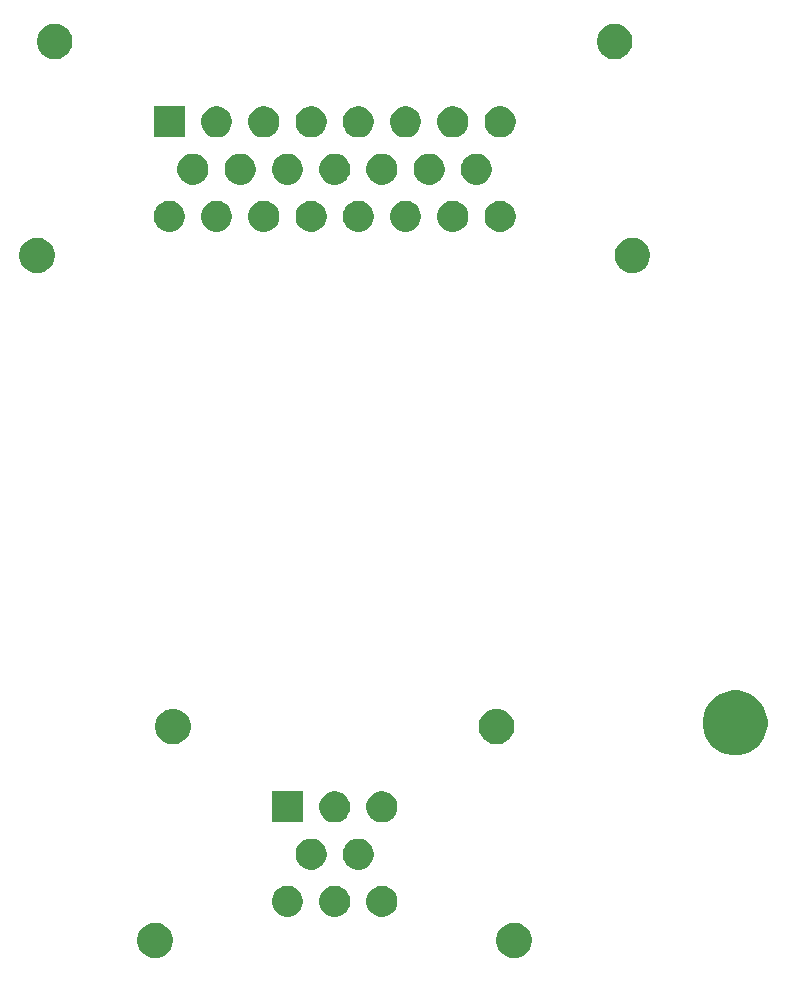
<source format=gbs>
G04 #@! TF.GenerationSoftware,KiCad,Pcbnew,(5.0.2-dirty)*
G04 #@! TF.CreationDate,2019-07-23T12:22:05+03:00*
G04 #@! TF.ProjectId,ccu,6363752e-6b69-4636-9164-5f7063625858,rev?*
G04 #@! TF.SameCoordinates,Original*
G04 #@! TF.FileFunction,Soldermask,Bot*
G04 #@! TF.FilePolarity,Negative*
%FSLAX46Y46*%
G04 Gerber Fmt 4.6, Leading zero omitted, Abs format (unit mm)*
G04 Created by KiCad (PCBNEW (5.0.2-dirty)) date ti 23. heinäkuuta 2019 12.22.05*
%MOMM*%
%LPD*%
G01*
G04 APERTURE LIST*
%ADD10C,0.100000*%
G04 APERTURE END LIST*
D10*
G36*
X153141545Y-128838516D02*
X153238136Y-128857729D01*
X153351199Y-128904562D01*
X153511094Y-128970792D01*
X153756754Y-129134937D01*
X153965663Y-129343846D01*
X154129808Y-129589506D01*
X154242871Y-129862465D01*
X154300510Y-130152234D01*
X154300510Y-130447686D01*
X154242871Y-130737455D01*
X154129808Y-131010414D01*
X153965663Y-131256074D01*
X153756754Y-131464983D01*
X153511094Y-131629128D01*
X153351199Y-131695358D01*
X153238136Y-131742191D01*
X153141545Y-131761404D01*
X152948366Y-131799830D01*
X152652914Y-131799830D01*
X152459735Y-131761404D01*
X152363144Y-131742191D01*
X152250081Y-131695358D01*
X152090186Y-131629128D01*
X151844526Y-131464983D01*
X151635617Y-131256074D01*
X151471472Y-131010414D01*
X151358409Y-130737455D01*
X151300770Y-130447686D01*
X151300770Y-130152234D01*
X151358409Y-129862465D01*
X151471472Y-129589506D01*
X151635617Y-129343846D01*
X151844526Y-129134937D01*
X152090186Y-128970792D01*
X152250081Y-128904562D01*
X152363144Y-128857729D01*
X152459735Y-128838516D01*
X152652914Y-128800090D01*
X152948366Y-128800090D01*
X153141545Y-128838516D01*
X153141545Y-128838516D01*
G37*
G36*
X183540265Y-128838516D02*
X183636856Y-128857729D01*
X183749919Y-128904562D01*
X183909814Y-128970792D01*
X184155474Y-129134937D01*
X184364383Y-129343846D01*
X184528528Y-129589506D01*
X184641591Y-129862465D01*
X184699230Y-130152234D01*
X184699230Y-130447686D01*
X184641591Y-130737455D01*
X184528528Y-131010414D01*
X184364383Y-131256074D01*
X184155474Y-131464983D01*
X183909814Y-131629128D01*
X183749919Y-131695358D01*
X183636856Y-131742191D01*
X183540265Y-131761404D01*
X183347086Y-131799830D01*
X183051634Y-131799830D01*
X182858455Y-131761404D01*
X182761864Y-131742191D01*
X182648801Y-131695358D01*
X182488906Y-131629128D01*
X182243246Y-131464983D01*
X182034337Y-131256074D01*
X181870192Y-131010414D01*
X181757129Y-130737455D01*
X181699490Y-130447686D01*
X181699490Y-130152234D01*
X181757129Y-129862465D01*
X181870192Y-129589506D01*
X182034337Y-129343846D01*
X182243246Y-129134937D01*
X182488906Y-128970792D01*
X182648801Y-128904562D01*
X182761864Y-128857729D01*
X182858455Y-128838516D01*
X183051634Y-128800090D01*
X183347086Y-128800090D01*
X183540265Y-128838516D01*
X183540265Y-128838516D01*
G37*
G36*
X168382667Y-125736465D02*
X168382669Y-125736466D01*
X168382670Y-125736466D01*
X168621423Y-125835360D01*
X168835324Y-125978285D01*
X168836297Y-125978935D01*
X169019025Y-126161663D01*
X169019027Y-126161666D01*
X169162600Y-126376537D01*
X169261494Y-126615290D01*
X169311910Y-126868748D01*
X169311910Y-127127172D01*
X169261494Y-127380630D01*
X169162600Y-127619383D01*
X169019675Y-127833284D01*
X169019025Y-127834257D01*
X168836297Y-128016985D01*
X168836294Y-128016987D01*
X168621423Y-128160560D01*
X168382670Y-128259454D01*
X168382669Y-128259454D01*
X168382667Y-128259455D01*
X168129213Y-128309870D01*
X167870787Y-128309870D01*
X167617333Y-128259455D01*
X167617331Y-128259454D01*
X167617330Y-128259454D01*
X167378577Y-128160560D01*
X167163706Y-128016987D01*
X167163703Y-128016985D01*
X166980975Y-127834257D01*
X166980325Y-127833284D01*
X166837400Y-127619383D01*
X166738506Y-127380630D01*
X166688090Y-127127172D01*
X166688090Y-126868748D01*
X166738506Y-126615290D01*
X166837400Y-126376537D01*
X166980973Y-126161666D01*
X166980975Y-126161663D01*
X167163703Y-125978935D01*
X167164676Y-125978285D01*
X167378577Y-125835360D01*
X167617330Y-125736466D01*
X167617331Y-125736466D01*
X167617333Y-125736465D01*
X167870787Y-125686050D01*
X168129213Y-125686050D01*
X168382667Y-125736465D01*
X168382667Y-125736465D01*
G37*
G36*
X164384707Y-125736465D02*
X164384709Y-125736466D01*
X164384710Y-125736466D01*
X164623463Y-125835360D01*
X164837364Y-125978285D01*
X164838337Y-125978935D01*
X165021065Y-126161663D01*
X165021067Y-126161666D01*
X165164640Y-126376537D01*
X165263534Y-126615290D01*
X165313950Y-126868748D01*
X165313950Y-127127172D01*
X165263534Y-127380630D01*
X165164640Y-127619383D01*
X165021715Y-127833284D01*
X165021065Y-127834257D01*
X164838337Y-128016985D01*
X164838334Y-128016987D01*
X164623463Y-128160560D01*
X164384710Y-128259454D01*
X164384709Y-128259454D01*
X164384707Y-128259455D01*
X164131253Y-128309870D01*
X163872827Y-128309870D01*
X163619373Y-128259455D01*
X163619371Y-128259454D01*
X163619370Y-128259454D01*
X163380617Y-128160560D01*
X163165746Y-128016987D01*
X163165743Y-128016985D01*
X162983015Y-127834257D01*
X162982365Y-127833284D01*
X162839440Y-127619383D01*
X162740546Y-127380630D01*
X162690130Y-127127172D01*
X162690130Y-126868748D01*
X162740546Y-126615290D01*
X162839440Y-126376537D01*
X162983013Y-126161666D01*
X162983015Y-126161663D01*
X163165743Y-125978935D01*
X163166716Y-125978285D01*
X163380617Y-125835360D01*
X163619370Y-125736466D01*
X163619371Y-125736466D01*
X163619373Y-125736465D01*
X163872827Y-125686050D01*
X164131253Y-125686050D01*
X164384707Y-125736465D01*
X164384707Y-125736465D01*
G37*
G36*
X172380627Y-125736465D02*
X172380629Y-125736466D01*
X172380630Y-125736466D01*
X172619383Y-125835360D01*
X172833284Y-125978285D01*
X172834257Y-125978935D01*
X173016985Y-126161663D01*
X173016987Y-126161666D01*
X173160560Y-126376537D01*
X173259454Y-126615290D01*
X173309870Y-126868748D01*
X173309870Y-127127172D01*
X173259454Y-127380630D01*
X173160560Y-127619383D01*
X173017635Y-127833284D01*
X173016985Y-127834257D01*
X172834257Y-128016985D01*
X172834254Y-128016987D01*
X172619383Y-128160560D01*
X172380630Y-128259454D01*
X172380629Y-128259454D01*
X172380627Y-128259455D01*
X172127173Y-128309870D01*
X171868747Y-128309870D01*
X171615293Y-128259455D01*
X171615291Y-128259454D01*
X171615290Y-128259454D01*
X171376537Y-128160560D01*
X171161666Y-128016987D01*
X171161663Y-128016985D01*
X170978935Y-127834257D01*
X170978285Y-127833284D01*
X170835360Y-127619383D01*
X170736466Y-127380630D01*
X170686050Y-127127172D01*
X170686050Y-126868748D01*
X170736466Y-126615290D01*
X170835360Y-126376537D01*
X170978933Y-126161666D01*
X170978935Y-126161663D01*
X171161663Y-125978935D01*
X171162636Y-125978285D01*
X171376537Y-125835360D01*
X171615290Y-125736466D01*
X171615291Y-125736466D01*
X171615293Y-125736465D01*
X171868747Y-125686050D01*
X172127173Y-125686050D01*
X172380627Y-125736465D01*
X172380627Y-125736465D01*
G37*
G36*
X170381647Y-121738505D02*
X170381649Y-121738506D01*
X170381650Y-121738506D01*
X170620403Y-121837400D01*
X170834304Y-121980325D01*
X170835277Y-121980975D01*
X171018005Y-122163703D01*
X171018007Y-122163706D01*
X171161580Y-122378577D01*
X171260474Y-122617330D01*
X171310890Y-122870788D01*
X171310890Y-123129212D01*
X171260474Y-123382670D01*
X171161580Y-123621423D01*
X171018655Y-123835324D01*
X171018005Y-123836297D01*
X170835277Y-124019025D01*
X170835274Y-124019027D01*
X170620403Y-124162600D01*
X170381650Y-124261494D01*
X170381649Y-124261494D01*
X170381647Y-124261495D01*
X170128193Y-124311910D01*
X169869767Y-124311910D01*
X169616313Y-124261495D01*
X169616311Y-124261494D01*
X169616310Y-124261494D01*
X169377557Y-124162600D01*
X169162686Y-124019027D01*
X169162683Y-124019025D01*
X168979955Y-123836297D01*
X168979305Y-123835324D01*
X168836380Y-123621423D01*
X168737486Y-123382670D01*
X168687070Y-123129212D01*
X168687070Y-122870788D01*
X168737486Y-122617330D01*
X168836380Y-122378577D01*
X168979953Y-122163706D01*
X168979955Y-122163703D01*
X169162683Y-121980975D01*
X169163656Y-121980325D01*
X169377557Y-121837400D01*
X169616310Y-121738506D01*
X169616311Y-121738506D01*
X169616313Y-121738505D01*
X169869767Y-121688090D01*
X170128193Y-121688090D01*
X170381647Y-121738505D01*
X170381647Y-121738505D01*
G37*
G36*
X166383687Y-121738505D02*
X166383689Y-121738506D01*
X166383690Y-121738506D01*
X166622443Y-121837400D01*
X166836344Y-121980325D01*
X166837317Y-121980975D01*
X167020045Y-122163703D01*
X167020047Y-122163706D01*
X167163620Y-122378577D01*
X167262514Y-122617330D01*
X167312930Y-122870788D01*
X167312930Y-123129212D01*
X167262514Y-123382670D01*
X167163620Y-123621423D01*
X167020695Y-123835324D01*
X167020045Y-123836297D01*
X166837317Y-124019025D01*
X166837314Y-124019027D01*
X166622443Y-124162600D01*
X166383690Y-124261494D01*
X166383689Y-124261494D01*
X166383687Y-124261495D01*
X166130233Y-124311910D01*
X165871807Y-124311910D01*
X165618353Y-124261495D01*
X165618351Y-124261494D01*
X165618350Y-124261494D01*
X165379597Y-124162600D01*
X165164726Y-124019027D01*
X165164723Y-124019025D01*
X164981995Y-123836297D01*
X164981345Y-123835324D01*
X164838420Y-123621423D01*
X164739526Y-123382670D01*
X164689110Y-123129212D01*
X164689110Y-122870788D01*
X164739526Y-122617330D01*
X164838420Y-122378577D01*
X164981993Y-122163706D01*
X164981995Y-122163703D01*
X165164723Y-121980975D01*
X165165696Y-121980325D01*
X165379597Y-121837400D01*
X165618350Y-121738506D01*
X165618351Y-121738506D01*
X165618353Y-121738505D01*
X165871807Y-121688090D01*
X166130233Y-121688090D01*
X166383687Y-121738505D01*
X166383687Y-121738505D01*
G37*
G36*
X168382667Y-117740545D02*
X168382669Y-117740546D01*
X168382670Y-117740546D01*
X168621423Y-117839440D01*
X168835324Y-117982365D01*
X168836297Y-117983015D01*
X169019025Y-118165743D01*
X169019027Y-118165746D01*
X169162600Y-118380617D01*
X169261494Y-118619370D01*
X169311910Y-118872828D01*
X169311910Y-119131252D01*
X169261494Y-119384710D01*
X169162600Y-119623463D01*
X169019675Y-119837364D01*
X169019025Y-119838337D01*
X168836297Y-120021065D01*
X168836294Y-120021067D01*
X168621423Y-120164640D01*
X168382670Y-120263534D01*
X168382669Y-120263534D01*
X168382667Y-120263535D01*
X168129213Y-120313950D01*
X167870787Y-120313950D01*
X167617333Y-120263535D01*
X167617331Y-120263534D01*
X167617330Y-120263534D01*
X167378577Y-120164640D01*
X167163706Y-120021067D01*
X167163703Y-120021065D01*
X166980975Y-119838337D01*
X166980325Y-119837364D01*
X166837400Y-119623463D01*
X166738506Y-119384710D01*
X166688090Y-119131252D01*
X166688090Y-118872828D01*
X166738506Y-118619370D01*
X166837400Y-118380617D01*
X166980973Y-118165746D01*
X166980975Y-118165743D01*
X167163703Y-117983015D01*
X167164676Y-117982365D01*
X167378577Y-117839440D01*
X167617330Y-117740546D01*
X167617331Y-117740546D01*
X167617333Y-117740545D01*
X167870787Y-117690130D01*
X168129213Y-117690130D01*
X168382667Y-117740545D01*
X168382667Y-117740545D01*
G37*
G36*
X172380627Y-117740545D02*
X172380629Y-117740546D01*
X172380630Y-117740546D01*
X172619383Y-117839440D01*
X172833284Y-117982365D01*
X172834257Y-117983015D01*
X173016985Y-118165743D01*
X173016987Y-118165746D01*
X173160560Y-118380617D01*
X173259454Y-118619370D01*
X173309870Y-118872828D01*
X173309870Y-119131252D01*
X173259454Y-119384710D01*
X173160560Y-119623463D01*
X173017635Y-119837364D01*
X173016985Y-119838337D01*
X172834257Y-120021065D01*
X172834254Y-120021067D01*
X172619383Y-120164640D01*
X172380630Y-120263534D01*
X172380629Y-120263534D01*
X172380627Y-120263535D01*
X172127173Y-120313950D01*
X171868747Y-120313950D01*
X171615293Y-120263535D01*
X171615291Y-120263534D01*
X171615290Y-120263534D01*
X171376537Y-120164640D01*
X171161666Y-120021067D01*
X171161663Y-120021065D01*
X170978935Y-119838337D01*
X170978285Y-119837364D01*
X170835360Y-119623463D01*
X170736466Y-119384710D01*
X170686050Y-119131252D01*
X170686050Y-118872828D01*
X170736466Y-118619370D01*
X170835360Y-118380617D01*
X170978933Y-118165746D01*
X170978935Y-118165743D01*
X171161663Y-117983015D01*
X171162636Y-117982365D01*
X171376537Y-117839440D01*
X171615290Y-117740546D01*
X171615291Y-117740546D01*
X171615293Y-117740545D01*
X171868747Y-117690130D01*
X172127173Y-117690130D01*
X172380627Y-117740545D01*
X172380627Y-117740545D01*
G37*
G36*
X165313950Y-120313950D02*
X162690130Y-120313950D01*
X162690130Y-117690130D01*
X165313950Y-117690130D01*
X165313950Y-120313950D01*
X165313950Y-120313950D01*
G37*
G36*
X202702145Y-109255681D02*
X203202612Y-109462981D01*
X203653026Y-109763938D01*
X204036062Y-110146974D01*
X204337019Y-110597388D01*
X204544319Y-111097855D01*
X204650000Y-111629147D01*
X204650000Y-112170853D01*
X204544319Y-112702145D01*
X204337019Y-113202612D01*
X204036062Y-113653026D01*
X203653026Y-114036062D01*
X203202612Y-114337019D01*
X202702145Y-114544319D01*
X202170853Y-114650000D01*
X201629147Y-114650000D01*
X201097855Y-114544319D01*
X200597388Y-114337019D01*
X200146974Y-114036062D01*
X199763938Y-113653026D01*
X199462981Y-113202612D01*
X199255681Y-112702145D01*
X199150000Y-112170853D01*
X199150000Y-111629147D01*
X199255681Y-111097855D01*
X199462981Y-110597388D01*
X199763938Y-110146974D01*
X200146974Y-109763938D01*
X200597388Y-109462981D01*
X201097855Y-109255681D01*
X201629147Y-109150000D01*
X202170853Y-109150000D01*
X202702145Y-109255681D01*
X202702145Y-109255681D01*
G37*
G36*
X154642685Y-110741016D02*
X154739276Y-110760229D01*
X154852339Y-110807062D01*
X155012234Y-110873292D01*
X155257894Y-111037437D01*
X155466803Y-111246346D01*
X155630948Y-111492006D01*
X155744011Y-111764965D01*
X155801650Y-112054734D01*
X155801650Y-112350186D01*
X155744011Y-112639955D01*
X155630948Y-112912914D01*
X155466803Y-113158574D01*
X155257894Y-113367483D01*
X155012234Y-113531628D01*
X154852339Y-113597858D01*
X154739276Y-113644691D01*
X154642685Y-113663904D01*
X154449506Y-113702330D01*
X154154054Y-113702330D01*
X153960875Y-113663904D01*
X153864284Y-113644691D01*
X153751221Y-113597858D01*
X153591326Y-113531628D01*
X153345666Y-113367483D01*
X153136757Y-113158574D01*
X152972612Y-112912914D01*
X152859549Y-112639955D01*
X152801910Y-112350186D01*
X152801910Y-112054734D01*
X152859549Y-111764965D01*
X152972612Y-111492006D01*
X153136757Y-111246346D01*
X153345666Y-111037437D01*
X153591326Y-110873292D01*
X153751221Y-110807062D01*
X153864284Y-110760229D01*
X153960875Y-110741016D01*
X154154054Y-110702590D01*
X154449506Y-110702590D01*
X154642685Y-110741016D01*
X154642685Y-110741016D01*
G37*
G36*
X182039125Y-110741016D02*
X182135716Y-110760229D01*
X182248779Y-110807062D01*
X182408674Y-110873292D01*
X182654334Y-111037437D01*
X182863243Y-111246346D01*
X183027388Y-111492006D01*
X183140451Y-111764965D01*
X183198090Y-112054734D01*
X183198090Y-112350186D01*
X183140451Y-112639955D01*
X183027388Y-112912914D01*
X182863243Y-113158574D01*
X182654334Y-113367483D01*
X182408674Y-113531628D01*
X182248779Y-113597858D01*
X182135716Y-113644691D01*
X182039125Y-113663904D01*
X181845946Y-113702330D01*
X181550494Y-113702330D01*
X181357315Y-113663904D01*
X181260724Y-113644691D01*
X181147661Y-113597858D01*
X180987766Y-113531628D01*
X180742106Y-113367483D01*
X180533197Y-113158574D01*
X180369052Y-112912914D01*
X180255989Y-112639955D01*
X180198350Y-112350186D01*
X180198350Y-112054734D01*
X180255989Y-111764965D01*
X180369052Y-111492006D01*
X180533197Y-111246346D01*
X180742106Y-111037437D01*
X180987766Y-110873292D01*
X181147661Y-110807062D01*
X181260724Y-110760229D01*
X181357315Y-110741016D01*
X181550494Y-110702590D01*
X181845946Y-110702590D01*
X182039125Y-110741016D01*
X182039125Y-110741016D01*
G37*
G36*
X193540245Y-70838516D02*
X193636836Y-70857729D01*
X193749899Y-70904562D01*
X193909794Y-70970792D01*
X194155454Y-71134937D01*
X194364363Y-71343846D01*
X194528508Y-71589506D01*
X194641571Y-71862465D01*
X194699210Y-72152234D01*
X194699210Y-72447686D01*
X194641571Y-72737455D01*
X194528508Y-73010414D01*
X194364363Y-73256074D01*
X194155454Y-73464983D01*
X193909794Y-73629128D01*
X193749899Y-73695358D01*
X193636836Y-73742191D01*
X193540245Y-73761404D01*
X193347066Y-73799830D01*
X193051614Y-73799830D01*
X192858435Y-73761404D01*
X192761844Y-73742191D01*
X192648781Y-73695358D01*
X192488886Y-73629128D01*
X192243226Y-73464983D01*
X192034317Y-73256074D01*
X191870172Y-73010414D01*
X191757109Y-72737455D01*
X191699470Y-72447686D01*
X191699470Y-72152234D01*
X191757109Y-71862465D01*
X191870172Y-71589506D01*
X192034317Y-71343846D01*
X192243226Y-71134937D01*
X192488886Y-70970792D01*
X192648781Y-70904562D01*
X192761844Y-70857729D01*
X192858435Y-70838516D01*
X193051614Y-70800090D01*
X193347066Y-70800090D01*
X193540245Y-70838516D01*
X193540245Y-70838516D01*
G37*
G36*
X143141565Y-70838516D02*
X143238156Y-70857729D01*
X143351219Y-70904562D01*
X143511114Y-70970792D01*
X143756774Y-71134937D01*
X143965683Y-71343846D01*
X144129828Y-71589506D01*
X144242891Y-71862465D01*
X144300530Y-72152234D01*
X144300530Y-72447686D01*
X144242891Y-72737455D01*
X144129828Y-73010414D01*
X143965683Y-73256074D01*
X143756774Y-73464983D01*
X143511114Y-73629128D01*
X143351219Y-73695358D01*
X143238156Y-73742191D01*
X143141565Y-73761404D01*
X142948386Y-73799830D01*
X142652934Y-73799830D01*
X142459755Y-73761404D01*
X142363164Y-73742191D01*
X142250101Y-73695358D01*
X142090206Y-73629128D01*
X141844546Y-73464983D01*
X141635637Y-73256074D01*
X141471492Y-73010414D01*
X141358429Y-72737455D01*
X141300790Y-72447686D01*
X141300790Y-72152234D01*
X141358429Y-71862465D01*
X141471492Y-71589506D01*
X141635637Y-71343846D01*
X141844546Y-71134937D01*
X142090206Y-70970792D01*
X142250101Y-70904562D01*
X142363164Y-70857729D01*
X142459755Y-70838516D01*
X142652934Y-70800090D01*
X142948386Y-70800090D01*
X143141565Y-70838516D01*
X143141565Y-70838516D01*
G37*
G36*
X154384727Y-67736465D02*
X154384729Y-67736466D01*
X154384730Y-67736466D01*
X154623483Y-67835360D01*
X154837384Y-67978285D01*
X154838357Y-67978935D01*
X155021085Y-68161663D01*
X155021087Y-68161666D01*
X155164660Y-68376537D01*
X155263554Y-68615290D01*
X155313970Y-68868748D01*
X155313970Y-69127172D01*
X155263554Y-69380630D01*
X155164660Y-69619383D01*
X155021735Y-69833284D01*
X155021085Y-69834257D01*
X154838357Y-70016985D01*
X154838354Y-70016987D01*
X154623483Y-70160560D01*
X154384730Y-70259454D01*
X154384729Y-70259454D01*
X154384727Y-70259455D01*
X154131273Y-70309870D01*
X153872847Y-70309870D01*
X153619393Y-70259455D01*
X153619391Y-70259454D01*
X153619390Y-70259454D01*
X153380637Y-70160560D01*
X153165766Y-70016987D01*
X153165763Y-70016985D01*
X152983035Y-69834257D01*
X152982385Y-69833284D01*
X152839460Y-69619383D01*
X152740566Y-69380630D01*
X152690150Y-69127172D01*
X152690150Y-68868748D01*
X152740566Y-68615290D01*
X152839460Y-68376537D01*
X152983033Y-68161666D01*
X152983035Y-68161663D01*
X153165763Y-67978935D01*
X153166736Y-67978285D01*
X153380637Y-67835360D01*
X153619390Y-67736466D01*
X153619391Y-67736466D01*
X153619393Y-67736465D01*
X153872847Y-67686050D01*
X154131273Y-67686050D01*
X154384727Y-67736465D01*
X154384727Y-67736465D01*
G37*
G36*
X178382647Y-67736465D02*
X178382649Y-67736466D01*
X178382650Y-67736466D01*
X178621403Y-67835360D01*
X178835304Y-67978285D01*
X178836277Y-67978935D01*
X179019005Y-68161663D01*
X179019007Y-68161666D01*
X179162580Y-68376537D01*
X179261474Y-68615290D01*
X179311890Y-68868748D01*
X179311890Y-69127172D01*
X179261474Y-69380630D01*
X179162580Y-69619383D01*
X179019655Y-69833284D01*
X179019005Y-69834257D01*
X178836277Y-70016985D01*
X178836274Y-70016987D01*
X178621403Y-70160560D01*
X178382650Y-70259454D01*
X178382649Y-70259454D01*
X178382647Y-70259455D01*
X178129193Y-70309870D01*
X177870767Y-70309870D01*
X177617313Y-70259455D01*
X177617311Y-70259454D01*
X177617310Y-70259454D01*
X177378557Y-70160560D01*
X177163686Y-70016987D01*
X177163683Y-70016985D01*
X176980955Y-69834257D01*
X176980305Y-69833284D01*
X176837380Y-69619383D01*
X176738486Y-69380630D01*
X176688070Y-69127172D01*
X176688070Y-68868748D01*
X176738486Y-68615290D01*
X176837380Y-68376537D01*
X176980953Y-68161666D01*
X176980955Y-68161663D01*
X177163683Y-67978935D01*
X177164656Y-67978285D01*
X177378557Y-67835360D01*
X177617310Y-67736466D01*
X177617311Y-67736466D01*
X177617313Y-67736465D01*
X177870767Y-67686050D01*
X178129193Y-67686050D01*
X178382647Y-67736465D01*
X178382647Y-67736465D01*
G37*
G36*
X182380607Y-67736465D02*
X182380609Y-67736466D01*
X182380610Y-67736466D01*
X182619363Y-67835360D01*
X182833264Y-67978285D01*
X182834237Y-67978935D01*
X183016965Y-68161663D01*
X183016967Y-68161666D01*
X183160540Y-68376537D01*
X183259434Y-68615290D01*
X183309850Y-68868748D01*
X183309850Y-69127172D01*
X183259434Y-69380630D01*
X183160540Y-69619383D01*
X183017615Y-69833284D01*
X183016965Y-69834257D01*
X182834237Y-70016985D01*
X182834234Y-70016987D01*
X182619363Y-70160560D01*
X182380610Y-70259454D01*
X182380609Y-70259454D01*
X182380607Y-70259455D01*
X182127153Y-70309870D01*
X181868727Y-70309870D01*
X181615273Y-70259455D01*
X181615271Y-70259454D01*
X181615270Y-70259454D01*
X181376517Y-70160560D01*
X181161646Y-70016987D01*
X181161643Y-70016985D01*
X180978915Y-69834257D01*
X180978265Y-69833284D01*
X180835340Y-69619383D01*
X180736446Y-69380630D01*
X180686030Y-69127172D01*
X180686030Y-68868748D01*
X180736446Y-68615290D01*
X180835340Y-68376537D01*
X180978913Y-68161666D01*
X180978915Y-68161663D01*
X181161643Y-67978935D01*
X181162616Y-67978285D01*
X181376517Y-67835360D01*
X181615270Y-67736466D01*
X181615271Y-67736466D01*
X181615273Y-67736465D01*
X181868727Y-67686050D01*
X182127153Y-67686050D01*
X182380607Y-67736465D01*
X182380607Y-67736465D01*
G37*
G36*
X174382147Y-67736465D02*
X174382149Y-67736466D01*
X174382150Y-67736466D01*
X174620903Y-67835360D01*
X174834804Y-67978285D01*
X174835777Y-67978935D01*
X175018505Y-68161663D01*
X175018507Y-68161666D01*
X175162080Y-68376537D01*
X175260974Y-68615290D01*
X175311390Y-68868748D01*
X175311390Y-69127172D01*
X175260974Y-69380630D01*
X175162080Y-69619383D01*
X175019155Y-69833284D01*
X175018505Y-69834257D01*
X174835777Y-70016985D01*
X174835774Y-70016987D01*
X174620903Y-70160560D01*
X174382150Y-70259454D01*
X174382149Y-70259454D01*
X174382147Y-70259455D01*
X174128693Y-70309870D01*
X173870267Y-70309870D01*
X173616813Y-70259455D01*
X173616811Y-70259454D01*
X173616810Y-70259454D01*
X173378057Y-70160560D01*
X173163186Y-70016987D01*
X173163183Y-70016985D01*
X172980455Y-69834257D01*
X172979805Y-69833284D01*
X172836880Y-69619383D01*
X172737986Y-69380630D01*
X172687570Y-69127172D01*
X172687570Y-68868748D01*
X172737986Y-68615290D01*
X172836880Y-68376537D01*
X172980453Y-68161666D01*
X172980455Y-68161663D01*
X173163183Y-67978935D01*
X173164156Y-67978285D01*
X173378057Y-67835360D01*
X173616810Y-67736466D01*
X173616811Y-67736466D01*
X173616813Y-67736465D01*
X173870267Y-67686050D01*
X174128693Y-67686050D01*
X174382147Y-67736465D01*
X174382147Y-67736465D01*
G37*
G36*
X162383187Y-67736465D02*
X162383189Y-67736466D01*
X162383190Y-67736466D01*
X162621943Y-67835360D01*
X162835844Y-67978285D01*
X162836817Y-67978935D01*
X163019545Y-68161663D01*
X163019547Y-68161666D01*
X163163120Y-68376537D01*
X163262014Y-68615290D01*
X163312430Y-68868748D01*
X163312430Y-69127172D01*
X163262014Y-69380630D01*
X163163120Y-69619383D01*
X163020195Y-69833284D01*
X163019545Y-69834257D01*
X162836817Y-70016985D01*
X162836814Y-70016987D01*
X162621943Y-70160560D01*
X162383190Y-70259454D01*
X162383189Y-70259454D01*
X162383187Y-70259455D01*
X162129733Y-70309870D01*
X161871307Y-70309870D01*
X161617853Y-70259455D01*
X161617851Y-70259454D01*
X161617850Y-70259454D01*
X161379097Y-70160560D01*
X161164226Y-70016987D01*
X161164223Y-70016985D01*
X160981495Y-69834257D01*
X160980845Y-69833284D01*
X160837920Y-69619383D01*
X160739026Y-69380630D01*
X160688610Y-69127172D01*
X160688610Y-68868748D01*
X160739026Y-68615290D01*
X160837920Y-68376537D01*
X160981493Y-68161666D01*
X160981495Y-68161663D01*
X161164223Y-67978935D01*
X161165196Y-67978285D01*
X161379097Y-67835360D01*
X161617850Y-67736466D01*
X161617851Y-67736466D01*
X161617853Y-67736465D01*
X161871307Y-67686050D01*
X162129733Y-67686050D01*
X162383187Y-67736465D01*
X162383187Y-67736465D01*
G37*
G36*
X166383687Y-67736465D02*
X166383689Y-67736466D01*
X166383690Y-67736466D01*
X166622443Y-67835360D01*
X166836344Y-67978285D01*
X166837317Y-67978935D01*
X167020045Y-68161663D01*
X167020047Y-68161666D01*
X167163620Y-68376537D01*
X167262514Y-68615290D01*
X167312930Y-68868748D01*
X167312930Y-69127172D01*
X167262514Y-69380630D01*
X167163620Y-69619383D01*
X167020695Y-69833284D01*
X167020045Y-69834257D01*
X166837317Y-70016985D01*
X166837314Y-70016987D01*
X166622443Y-70160560D01*
X166383690Y-70259454D01*
X166383689Y-70259454D01*
X166383687Y-70259455D01*
X166130233Y-70309870D01*
X165871807Y-70309870D01*
X165618353Y-70259455D01*
X165618351Y-70259454D01*
X165618350Y-70259454D01*
X165379597Y-70160560D01*
X165164726Y-70016987D01*
X165164723Y-70016985D01*
X164981995Y-69834257D01*
X164981345Y-69833284D01*
X164838420Y-69619383D01*
X164739526Y-69380630D01*
X164689110Y-69127172D01*
X164689110Y-68868748D01*
X164739526Y-68615290D01*
X164838420Y-68376537D01*
X164981993Y-68161666D01*
X164981995Y-68161663D01*
X165164723Y-67978935D01*
X165165696Y-67978285D01*
X165379597Y-67835360D01*
X165618350Y-67736466D01*
X165618351Y-67736466D01*
X165618353Y-67736465D01*
X165871807Y-67686050D01*
X166130233Y-67686050D01*
X166383687Y-67736465D01*
X166383687Y-67736465D01*
G37*
G36*
X170381647Y-67736465D02*
X170381649Y-67736466D01*
X170381650Y-67736466D01*
X170620403Y-67835360D01*
X170834304Y-67978285D01*
X170835277Y-67978935D01*
X171018005Y-68161663D01*
X171018007Y-68161666D01*
X171161580Y-68376537D01*
X171260474Y-68615290D01*
X171310890Y-68868748D01*
X171310890Y-69127172D01*
X171260474Y-69380630D01*
X171161580Y-69619383D01*
X171018655Y-69833284D01*
X171018005Y-69834257D01*
X170835277Y-70016985D01*
X170835274Y-70016987D01*
X170620403Y-70160560D01*
X170381650Y-70259454D01*
X170381649Y-70259454D01*
X170381647Y-70259455D01*
X170128193Y-70309870D01*
X169869767Y-70309870D01*
X169616313Y-70259455D01*
X169616311Y-70259454D01*
X169616310Y-70259454D01*
X169377557Y-70160560D01*
X169162686Y-70016987D01*
X169162683Y-70016985D01*
X168979955Y-69834257D01*
X168979305Y-69833284D01*
X168836380Y-69619383D01*
X168737486Y-69380630D01*
X168687070Y-69127172D01*
X168687070Y-68868748D01*
X168737486Y-68615290D01*
X168836380Y-68376537D01*
X168979953Y-68161666D01*
X168979955Y-68161663D01*
X169162683Y-67978935D01*
X169163656Y-67978285D01*
X169377557Y-67835360D01*
X169616310Y-67736466D01*
X169616311Y-67736466D01*
X169616313Y-67736465D01*
X169869767Y-67686050D01*
X170128193Y-67686050D01*
X170381647Y-67736465D01*
X170381647Y-67736465D01*
G37*
G36*
X158382687Y-67736465D02*
X158382689Y-67736466D01*
X158382690Y-67736466D01*
X158621443Y-67835360D01*
X158835344Y-67978285D01*
X158836317Y-67978935D01*
X159019045Y-68161663D01*
X159019047Y-68161666D01*
X159162620Y-68376537D01*
X159261514Y-68615290D01*
X159311930Y-68868748D01*
X159311930Y-69127172D01*
X159261514Y-69380630D01*
X159162620Y-69619383D01*
X159019695Y-69833284D01*
X159019045Y-69834257D01*
X158836317Y-70016985D01*
X158836314Y-70016987D01*
X158621443Y-70160560D01*
X158382690Y-70259454D01*
X158382689Y-70259454D01*
X158382687Y-70259455D01*
X158129233Y-70309870D01*
X157870807Y-70309870D01*
X157617353Y-70259455D01*
X157617351Y-70259454D01*
X157617350Y-70259454D01*
X157378597Y-70160560D01*
X157163726Y-70016987D01*
X157163723Y-70016985D01*
X156980995Y-69834257D01*
X156980345Y-69833284D01*
X156837420Y-69619383D01*
X156738526Y-69380630D01*
X156688110Y-69127172D01*
X156688110Y-68868748D01*
X156738526Y-68615290D01*
X156837420Y-68376537D01*
X156980993Y-68161666D01*
X156980995Y-68161663D01*
X157163723Y-67978935D01*
X157164696Y-67978285D01*
X157378597Y-67835360D01*
X157617350Y-67736466D01*
X157617351Y-67736466D01*
X157617353Y-67736465D01*
X157870807Y-67686050D01*
X158129233Y-67686050D01*
X158382687Y-67736465D01*
X158382687Y-67736465D01*
G37*
G36*
X156383707Y-63738505D02*
X156383709Y-63738506D01*
X156383710Y-63738506D01*
X156622463Y-63837400D01*
X156836364Y-63980325D01*
X156837337Y-63980975D01*
X157020065Y-64163703D01*
X157020067Y-64163706D01*
X157163640Y-64378577D01*
X157262534Y-64617330D01*
X157312950Y-64870788D01*
X157312950Y-65129212D01*
X157262534Y-65382670D01*
X157163640Y-65621423D01*
X157020715Y-65835324D01*
X157020065Y-65836297D01*
X156837337Y-66019025D01*
X156837334Y-66019027D01*
X156622463Y-66162600D01*
X156383710Y-66261494D01*
X156383709Y-66261494D01*
X156383707Y-66261495D01*
X156130253Y-66311910D01*
X155871827Y-66311910D01*
X155618373Y-66261495D01*
X155618371Y-66261494D01*
X155618370Y-66261494D01*
X155379617Y-66162600D01*
X155164746Y-66019027D01*
X155164743Y-66019025D01*
X154982015Y-65836297D01*
X154981365Y-65835324D01*
X154838440Y-65621423D01*
X154739546Y-65382670D01*
X154689130Y-65129212D01*
X154689130Y-64870788D01*
X154739546Y-64617330D01*
X154838440Y-64378577D01*
X154982013Y-64163706D01*
X154982015Y-64163703D01*
X155164743Y-63980975D01*
X155165716Y-63980325D01*
X155379617Y-63837400D01*
X155618370Y-63738506D01*
X155618371Y-63738506D01*
X155618373Y-63738505D01*
X155871827Y-63688090D01*
X156130253Y-63688090D01*
X156383707Y-63738505D01*
X156383707Y-63738505D01*
G37*
G36*
X160384207Y-63738505D02*
X160384209Y-63738506D01*
X160384210Y-63738506D01*
X160622963Y-63837400D01*
X160836864Y-63980325D01*
X160837837Y-63980975D01*
X161020565Y-64163703D01*
X161020567Y-64163706D01*
X161164140Y-64378577D01*
X161263034Y-64617330D01*
X161313450Y-64870788D01*
X161313450Y-65129212D01*
X161263034Y-65382670D01*
X161164140Y-65621423D01*
X161021215Y-65835324D01*
X161020565Y-65836297D01*
X160837837Y-66019025D01*
X160837834Y-66019027D01*
X160622963Y-66162600D01*
X160384210Y-66261494D01*
X160384209Y-66261494D01*
X160384207Y-66261495D01*
X160130753Y-66311910D01*
X159872327Y-66311910D01*
X159618873Y-66261495D01*
X159618871Y-66261494D01*
X159618870Y-66261494D01*
X159380117Y-66162600D01*
X159165246Y-66019027D01*
X159165243Y-66019025D01*
X158982515Y-65836297D01*
X158981865Y-65835324D01*
X158838940Y-65621423D01*
X158740046Y-65382670D01*
X158689630Y-65129212D01*
X158689630Y-64870788D01*
X158740046Y-64617330D01*
X158838940Y-64378577D01*
X158982513Y-64163706D01*
X158982515Y-64163703D01*
X159165243Y-63980975D01*
X159166216Y-63980325D01*
X159380117Y-63837400D01*
X159618870Y-63738506D01*
X159618871Y-63738506D01*
X159618873Y-63738505D01*
X159872327Y-63688090D01*
X160130753Y-63688090D01*
X160384207Y-63738505D01*
X160384207Y-63738505D01*
G37*
G36*
X164384707Y-63738505D02*
X164384709Y-63738506D01*
X164384710Y-63738506D01*
X164623463Y-63837400D01*
X164837364Y-63980325D01*
X164838337Y-63980975D01*
X165021065Y-64163703D01*
X165021067Y-64163706D01*
X165164640Y-64378577D01*
X165263534Y-64617330D01*
X165313950Y-64870788D01*
X165313950Y-65129212D01*
X165263534Y-65382670D01*
X165164640Y-65621423D01*
X165021715Y-65835324D01*
X165021065Y-65836297D01*
X164838337Y-66019025D01*
X164838334Y-66019027D01*
X164623463Y-66162600D01*
X164384710Y-66261494D01*
X164384709Y-66261494D01*
X164384707Y-66261495D01*
X164131253Y-66311910D01*
X163872827Y-66311910D01*
X163619373Y-66261495D01*
X163619371Y-66261494D01*
X163619370Y-66261494D01*
X163380617Y-66162600D01*
X163165746Y-66019027D01*
X163165743Y-66019025D01*
X162983015Y-65836297D01*
X162982365Y-65835324D01*
X162839440Y-65621423D01*
X162740546Y-65382670D01*
X162690130Y-65129212D01*
X162690130Y-64870788D01*
X162740546Y-64617330D01*
X162839440Y-64378577D01*
X162983013Y-64163706D01*
X162983015Y-64163703D01*
X163165743Y-63980975D01*
X163166716Y-63980325D01*
X163380617Y-63837400D01*
X163619370Y-63738506D01*
X163619371Y-63738506D01*
X163619373Y-63738505D01*
X163872827Y-63688090D01*
X164131253Y-63688090D01*
X164384707Y-63738505D01*
X164384707Y-63738505D01*
G37*
G36*
X168382667Y-63738505D02*
X168382669Y-63738506D01*
X168382670Y-63738506D01*
X168621423Y-63837400D01*
X168835324Y-63980325D01*
X168836297Y-63980975D01*
X169019025Y-64163703D01*
X169019027Y-64163706D01*
X169162600Y-64378577D01*
X169261494Y-64617330D01*
X169311910Y-64870788D01*
X169311910Y-65129212D01*
X169261494Y-65382670D01*
X169162600Y-65621423D01*
X169019675Y-65835324D01*
X169019025Y-65836297D01*
X168836297Y-66019025D01*
X168836294Y-66019027D01*
X168621423Y-66162600D01*
X168382670Y-66261494D01*
X168382669Y-66261494D01*
X168382667Y-66261495D01*
X168129213Y-66311910D01*
X167870787Y-66311910D01*
X167617333Y-66261495D01*
X167617331Y-66261494D01*
X167617330Y-66261494D01*
X167378577Y-66162600D01*
X167163706Y-66019027D01*
X167163703Y-66019025D01*
X166980975Y-65836297D01*
X166980325Y-65835324D01*
X166837400Y-65621423D01*
X166738506Y-65382670D01*
X166688090Y-65129212D01*
X166688090Y-64870788D01*
X166738506Y-64617330D01*
X166837400Y-64378577D01*
X166980973Y-64163706D01*
X166980975Y-64163703D01*
X167163703Y-63980975D01*
X167164676Y-63980325D01*
X167378577Y-63837400D01*
X167617330Y-63738506D01*
X167617331Y-63738506D01*
X167617333Y-63738505D01*
X167870787Y-63688090D01*
X168129213Y-63688090D01*
X168382667Y-63738505D01*
X168382667Y-63738505D01*
G37*
G36*
X172380627Y-63738505D02*
X172380629Y-63738506D01*
X172380630Y-63738506D01*
X172619383Y-63837400D01*
X172833284Y-63980325D01*
X172834257Y-63980975D01*
X173016985Y-64163703D01*
X173016987Y-64163706D01*
X173160560Y-64378577D01*
X173259454Y-64617330D01*
X173309870Y-64870788D01*
X173309870Y-65129212D01*
X173259454Y-65382670D01*
X173160560Y-65621423D01*
X173017635Y-65835324D01*
X173016985Y-65836297D01*
X172834257Y-66019025D01*
X172834254Y-66019027D01*
X172619383Y-66162600D01*
X172380630Y-66261494D01*
X172380629Y-66261494D01*
X172380627Y-66261495D01*
X172127173Y-66311910D01*
X171868747Y-66311910D01*
X171615293Y-66261495D01*
X171615291Y-66261494D01*
X171615290Y-66261494D01*
X171376537Y-66162600D01*
X171161666Y-66019027D01*
X171161663Y-66019025D01*
X170978935Y-65836297D01*
X170978285Y-65835324D01*
X170835360Y-65621423D01*
X170736466Y-65382670D01*
X170686050Y-65129212D01*
X170686050Y-64870788D01*
X170736466Y-64617330D01*
X170835360Y-64378577D01*
X170978933Y-64163706D01*
X170978935Y-64163703D01*
X171161663Y-63980975D01*
X171162636Y-63980325D01*
X171376537Y-63837400D01*
X171615290Y-63738506D01*
X171615291Y-63738506D01*
X171615293Y-63738505D01*
X171868747Y-63688090D01*
X172127173Y-63688090D01*
X172380627Y-63738505D01*
X172380627Y-63738505D01*
G37*
G36*
X176381127Y-63738505D02*
X176381129Y-63738506D01*
X176381130Y-63738506D01*
X176619883Y-63837400D01*
X176833784Y-63980325D01*
X176834757Y-63980975D01*
X177017485Y-64163703D01*
X177017487Y-64163706D01*
X177161060Y-64378577D01*
X177259954Y-64617330D01*
X177310370Y-64870788D01*
X177310370Y-65129212D01*
X177259954Y-65382670D01*
X177161060Y-65621423D01*
X177018135Y-65835324D01*
X177017485Y-65836297D01*
X176834757Y-66019025D01*
X176834754Y-66019027D01*
X176619883Y-66162600D01*
X176381130Y-66261494D01*
X176381129Y-66261494D01*
X176381127Y-66261495D01*
X176127673Y-66311910D01*
X175869247Y-66311910D01*
X175615793Y-66261495D01*
X175615791Y-66261494D01*
X175615790Y-66261494D01*
X175377037Y-66162600D01*
X175162166Y-66019027D01*
X175162163Y-66019025D01*
X174979435Y-65836297D01*
X174978785Y-65835324D01*
X174835860Y-65621423D01*
X174736966Y-65382670D01*
X174686550Y-65129212D01*
X174686550Y-64870788D01*
X174736966Y-64617330D01*
X174835860Y-64378577D01*
X174979433Y-64163706D01*
X174979435Y-64163703D01*
X175162163Y-63980975D01*
X175163136Y-63980325D01*
X175377037Y-63837400D01*
X175615790Y-63738506D01*
X175615791Y-63738506D01*
X175615793Y-63738505D01*
X175869247Y-63688090D01*
X176127673Y-63688090D01*
X176381127Y-63738505D01*
X176381127Y-63738505D01*
G37*
G36*
X180381627Y-63738505D02*
X180381629Y-63738506D01*
X180381630Y-63738506D01*
X180620383Y-63837400D01*
X180834284Y-63980325D01*
X180835257Y-63980975D01*
X181017985Y-64163703D01*
X181017987Y-64163706D01*
X181161560Y-64378577D01*
X181260454Y-64617330D01*
X181310870Y-64870788D01*
X181310870Y-65129212D01*
X181260454Y-65382670D01*
X181161560Y-65621423D01*
X181018635Y-65835324D01*
X181017985Y-65836297D01*
X180835257Y-66019025D01*
X180835254Y-66019027D01*
X180620383Y-66162600D01*
X180381630Y-66261494D01*
X180381629Y-66261494D01*
X180381627Y-66261495D01*
X180128173Y-66311910D01*
X179869747Y-66311910D01*
X179616293Y-66261495D01*
X179616291Y-66261494D01*
X179616290Y-66261494D01*
X179377537Y-66162600D01*
X179162666Y-66019027D01*
X179162663Y-66019025D01*
X178979935Y-65836297D01*
X178979285Y-65835324D01*
X178836360Y-65621423D01*
X178737466Y-65382670D01*
X178687050Y-65129212D01*
X178687050Y-64870788D01*
X178737466Y-64617330D01*
X178836360Y-64378577D01*
X178979933Y-64163706D01*
X178979935Y-64163703D01*
X179162663Y-63980975D01*
X179163636Y-63980325D01*
X179377537Y-63837400D01*
X179616290Y-63738506D01*
X179616291Y-63738506D01*
X179616293Y-63738505D01*
X179869747Y-63688090D01*
X180128173Y-63688090D01*
X180381627Y-63738505D01*
X180381627Y-63738505D01*
G37*
G36*
X155313970Y-62313950D02*
X152690150Y-62313950D01*
X152690150Y-59690130D01*
X155313970Y-59690130D01*
X155313970Y-62313950D01*
X155313970Y-62313950D01*
G37*
G36*
X182380607Y-59740545D02*
X182380609Y-59740546D01*
X182380610Y-59740546D01*
X182619363Y-59839440D01*
X182833264Y-59982365D01*
X182834237Y-59983015D01*
X183016965Y-60165743D01*
X183016967Y-60165746D01*
X183160540Y-60380617D01*
X183259434Y-60619370D01*
X183309850Y-60872828D01*
X183309850Y-61131252D01*
X183259434Y-61384710D01*
X183160540Y-61623463D01*
X183017615Y-61837364D01*
X183016965Y-61838337D01*
X182834237Y-62021065D01*
X182834234Y-62021067D01*
X182619363Y-62164640D01*
X182380610Y-62263534D01*
X182380609Y-62263534D01*
X182380607Y-62263535D01*
X182127153Y-62313950D01*
X181868727Y-62313950D01*
X181615273Y-62263535D01*
X181615271Y-62263534D01*
X181615270Y-62263534D01*
X181376517Y-62164640D01*
X181161646Y-62021067D01*
X181161643Y-62021065D01*
X180978915Y-61838337D01*
X180978265Y-61837364D01*
X180835340Y-61623463D01*
X180736446Y-61384710D01*
X180686030Y-61131252D01*
X180686030Y-60872828D01*
X180736446Y-60619370D01*
X180835340Y-60380617D01*
X180978913Y-60165746D01*
X180978915Y-60165743D01*
X181161643Y-59983015D01*
X181162616Y-59982365D01*
X181376517Y-59839440D01*
X181615270Y-59740546D01*
X181615271Y-59740546D01*
X181615273Y-59740545D01*
X181868727Y-59690130D01*
X182127153Y-59690130D01*
X182380607Y-59740545D01*
X182380607Y-59740545D01*
G37*
G36*
X178382647Y-59740545D02*
X178382649Y-59740546D01*
X178382650Y-59740546D01*
X178621403Y-59839440D01*
X178835304Y-59982365D01*
X178836277Y-59983015D01*
X179019005Y-60165743D01*
X179019007Y-60165746D01*
X179162580Y-60380617D01*
X179261474Y-60619370D01*
X179311890Y-60872828D01*
X179311890Y-61131252D01*
X179261474Y-61384710D01*
X179162580Y-61623463D01*
X179019655Y-61837364D01*
X179019005Y-61838337D01*
X178836277Y-62021065D01*
X178836274Y-62021067D01*
X178621403Y-62164640D01*
X178382650Y-62263534D01*
X178382649Y-62263534D01*
X178382647Y-62263535D01*
X178129193Y-62313950D01*
X177870767Y-62313950D01*
X177617313Y-62263535D01*
X177617311Y-62263534D01*
X177617310Y-62263534D01*
X177378557Y-62164640D01*
X177163686Y-62021067D01*
X177163683Y-62021065D01*
X176980955Y-61838337D01*
X176980305Y-61837364D01*
X176837380Y-61623463D01*
X176738486Y-61384710D01*
X176688070Y-61131252D01*
X176688070Y-60872828D01*
X176738486Y-60619370D01*
X176837380Y-60380617D01*
X176980953Y-60165746D01*
X176980955Y-60165743D01*
X177163683Y-59983015D01*
X177164656Y-59982365D01*
X177378557Y-59839440D01*
X177617310Y-59740546D01*
X177617311Y-59740546D01*
X177617313Y-59740545D01*
X177870767Y-59690130D01*
X178129193Y-59690130D01*
X178382647Y-59740545D01*
X178382647Y-59740545D01*
G37*
G36*
X174382147Y-59740545D02*
X174382149Y-59740546D01*
X174382150Y-59740546D01*
X174620903Y-59839440D01*
X174834804Y-59982365D01*
X174835777Y-59983015D01*
X175018505Y-60165743D01*
X175018507Y-60165746D01*
X175162080Y-60380617D01*
X175260974Y-60619370D01*
X175311390Y-60872828D01*
X175311390Y-61131252D01*
X175260974Y-61384710D01*
X175162080Y-61623463D01*
X175019155Y-61837364D01*
X175018505Y-61838337D01*
X174835777Y-62021065D01*
X174835774Y-62021067D01*
X174620903Y-62164640D01*
X174382150Y-62263534D01*
X174382149Y-62263534D01*
X174382147Y-62263535D01*
X174128693Y-62313950D01*
X173870267Y-62313950D01*
X173616813Y-62263535D01*
X173616811Y-62263534D01*
X173616810Y-62263534D01*
X173378057Y-62164640D01*
X173163186Y-62021067D01*
X173163183Y-62021065D01*
X172980455Y-61838337D01*
X172979805Y-61837364D01*
X172836880Y-61623463D01*
X172737986Y-61384710D01*
X172687570Y-61131252D01*
X172687570Y-60872828D01*
X172737986Y-60619370D01*
X172836880Y-60380617D01*
X172980453Y-60165746D01*
X172980455Y-60165743D01*
X173163183Y-59983015D01*
X173164156Y-59982365D01*
X173378057Y-59839440D01*
X173616810Y-59740546D01*
X173616811Y-59740546D01*
X173616813Y-59740545D01*
X173870267Y-59690130D01*
X174128693Y-59690130D01*
X174382147Y-59740545D01*
X174382147Y-59740545D01*
G37*
G36*
X170381647Y-59740545D02*
X170381649Y-59740546D01*
X170381650Y-59740546D01*
X170620403Y-59839440D01*
X170834304Y-59982365D01*
X170835277Y-59983015D01*
X171018005Y-60165743D01*
X171018007Y-60165746D01*
X171161580Y-60380617D01*
X171260474Y-60619370D01*
X171310890Y-60872828D01*
X171310890Y-61131252D01*
X171260474Y-61384710D01*
X171161580Y-61623463D01*
X171018655Y-61837364D01*
X171018005Y-61838337D01*
X170835277Y-62021065D01*
X170835274Y-62021067D01*
X170620403Y-62164640D01*
X170381650Y-62263534D01*
X170381649Y-62263534D01*
X170381647Y-62263535D01*
X170128193Y-62313950D01*
X169869767Y-62313950D01*
X169616313Y-62263535D01*
X169616311Y-62263534D01*
X169616310Y-62263534D01*
X169377557Y-62164640D01*
X169162686Y-62021067D01*
X169162683Y-62021065D01*
X168979955Y-61838337D01*
X168979305Y-61837364D01*
X168836380Y-61623463D01*
X168737486Y-61384710D01*
X168687070Y-61131252D01*
X168687070Y-60872828D01*
X168737486Y-60619370D01*
X168836380Y-60380617D01*
X168979953Y-60165746D01*
X168979955Y-60165743D01*
X169162683Y-59983015D01*
X169163656Y-59982365D01*
X169377557Y-59839440D01*
X169616310Y-59740546D01*
X169616311Y-59740546D01*
X169616313Y-59740545D01*
X169869767Y-59690130D01*
X170128193Y-59690130D01*
X170381647Y-59740545D01*
X170381647Y-59740545D01*
G37*
G36*
X166383687Y-59740545D02*
X166383689Y-59740546D01*
X166383690Y-59740546D01*
X166622443Y-59839440D01*
X166836344Y-59982365D01*
X166837317Y-59983015D01*
X167020045Y-60165743D01*
X167020047Y-60165746D01*
X167163620Y-60380617D01*
X167262514Y-60619370D01*
X167312930Y-60872828D01*
X167312930Y-61131252D01*
X167262514Y-61384710D01*
X167163620Y-61623463D01*
X167020695Y-61837364D01*
X167020045Y-61838337D01*
X166837317Y-62021065D01*
X166837314Y-62021067D01*
X166622443Y-62164640D01*
X166383690Y-62263534D01*
X166383689Y-62263534D01*
X166383687Y-62263535D01*
X166130233Y-62313950D01*
X165871807Y-62313950D01*
X165618353Y-62263535D01*
X165618351Y-62263534D01*
X165618350Y-62263534D01*
X165379597Y-62164640D01*
X165164726Y-62021067D01*
X165164723Y-62021065D01*
X164981995Y-61838337D01*
X164981345Y-61837364D01*
X164838420Y-61623463D01*
X164739526Y-61384710D01*
X164689110Y-61131252D01*
X164689110Y-60872828D01*
X164739526Y-60619370D01*
X164838420Y-60380617D01*
X164981993Y-60165746D01*
X164981995Y-60165743D01*
X165164723Y-59983015D01*
X165165696Y-59982365D01*
X165379597Y-59839440D01*
X165618350Y-59740546D01*
X165618351Y-59740546D01*
X165618353Y-59740545D01*
X165871807Y-59690130D01*
X166130233Y-59690130D01*
X166383687Y-59740545D01*
X166383687Y-59740545D01*
G37*
G36*
X162383187Y-59740545D02*
X162383189Y-59740546D01*
X162383190Y-59740546D01*
X162621943Y-59839440D01*
X162835844Y-59982365D01*
X162836817Y-59983015D01*
X163019545Y-60165743D01*
X163019547Y-60165746D01*
X163163120Y-60380617D01*
X163262014Y-60619370D01*
X163312430Y-60872828D01*
X163312430Y-61131252D01*
X163262014Y-61384710D01*
X163163120Y-61623463D01*
X163020195Y-61837364D01*
X163019545Y-61838337D01*
X162836817Y-62021065D01*
X162836814Y-62021067D01*
X162621943Y-62164640D01*
X162383190Y-62263534D01*
X162383189Y-62263534D01*
X162383187Y-62263535D01*
X162129733Y-62313950D01*
X161871307Y-62313950D01*
X161617853Y-62263535D01*
X161617851Y-62263534D01*
X161617850Y-62263534D01*
X161379097Y-62164640D01*
X161164226Y-62021067D01*
X161164223Y-62021065D01*
X160981495Y-61838337D01*
X160980845Y-61837364D01*
X160837920Y-61623463D01*
X160739026Y-61384710D01*
X160688610Y-61131252D01*
X160688610Y-60872828D01*
X160739026Y-60619370D01*
X160837920Y-60380617D01*
X160981493Y-60165746D01*
X160981495Y-60165743D01*
X161164223Y-59983015D01*
X161165196Y-59982365D01*
X161379097Y-59839440D01*
X161617850Y-59740546D01*
X161617851Y-59740546D01*
X161617853Y-59740545D01*
X161871307Y-59690130D01*
X162129733Y-59690130D01*
X162383187Y-59740545D01*
X162383187Y-59740545D01*
G37*
G36*
X158382687Y-59740545D02*
X158382689Y-59740546D01*
X158382690Y-59740546D01*
X158621443Y-59839440D01*
X158835344Y-59982365D01*
X158836317Y-59983015D01*
X159019045Y-60165743D01*
X159019047Y-60165746D01*
X159162620Y-60380617D01*
X159261514Y-60619370D01*
X159311930Y-60872828D01*
X159311930Y-61131252D01*
X159261514Y-61384710D01*
X159162620Y-61623463D01*
X159019695Y-61837364D01*
X159019045Y-61838337D01*
X158836317Y-62021065D01*
X158836314Y-62021067D01*
X158621443Y-62164640D01*
X158382690Y-62263534D01*
X158382689Y-62263534D01*
X158382687Y-62263535D01*
X158129233Y-62313950D01*
X157870807Y-62313950D01*
X157617353Y-62263535D01*
X157617351Y-62263534D01*
X157617350Y-62263534D01*
X157378597Y-62164640D01*
X157163726Y-62021067D01*
X157163723Y-62021065D01*
X156980995Y-61838337D01*
X156980345Y-61837364D01*
X156837420Y-61623463D01*
X156738526Y-61384710D01*
X156688110Y-61131252D01*
X156688110Y-60872828D01*
X156738526Y-60619370D01*
X156837420Y-60380617D01*
X156980993Y-60165746D01*
X156980995Y-60165743D01*
X157163723Y-59983015D01*
X157164696Y-59982365D01*
X157378597Y-59839440D01*
X157617350Y-59740546D01*
X157617351Y-59740546D01*
X157617353Y-59740545D01*
X157870807Y-59690130D01*
X158129233Y-59690130D01*
X158382687Y-59740545D01*
X158382687Y-59740545D01*
G37*
G36*
X192039105Y-52741016D02*
X192135696Y-52760229D01*
X192248759Y-52807062D01*
X192408654Y-52873292D01*
X192654314Y-53037437D01*
X192863223Y-53246346D01*
X193027368Y-53492006D01*
X193140431Y-53764965D01*
X193198070Y-54054734D01*
X193198070Y-54350186D01*
X193140431Y-54639955D01*
X193027368Y-54912914D01*
X192863223Y-55158574D01*
X192654314Y-55367483D01*
X192408654Y-55531628D01*
X192248759Y-55597858D01*
X192135696Y-55644691D01*
X192039105Y-55663904D01*
X191845926Y-55702330D01*
X191550474Y-55702330D01*
X191357295Y-55663904D01*
X191260704Y-55644691D01*
X191147641Y-55597858D01*
X190987746Y-55531628D01*
X190742086Y-55367483D01*
X190533177Y-55158574D01*
X190369032Y-54912914D01*
X190255969Y-54639955D01*
X190198330Y-54350186D01*
X190198330Y-54054734D01*
X190255969Y-53764965D01*
X190369032Y-53492006D01*
X190533177Y-53246346D01*
X190742086Y-53037437D01*
X190987746Y-52873292D01*
X191147641Y-52807062D01*
X191260704Y-52760229D01*
X191357295Y-52741016D01*
X191550474Y-52702590D01*
X191845926Y-52702590D01*
X192039105Y-52741016D01*
X192039105Y-52741016D01*
G37*
G36*
X144642705Y-52741016D02*
X144739296Y-52760229D01*
X144852359Y-52807062D01*
X145012254Y-52873292D01*
X145257914Y-53037437D01*
X145466823Y-53246346D01*
X145630968Y-53492006D01*
X145744031Y-53764965D01*
X145801670Y-54054734D01*
X145801670Y-54350186D01*
X145744031Y-54639955D01*
X145630968Y-54912914D01*
X145466823Y-55158574D01*
X145257914Y-55367483D01*
X145012254Y-55531628D01*
X144852359Y-55597858D01*
X144739296Y-55644691D01*
X144642705Y-55663904D01*
X144449526Y-55702330D01*
X144154074Y-55702330D01*
X143960895Y-55663904D01*
X143864304Y-55644691D01*
X143751241Y-55597858D01*
X143591346Y-55531628D01*
X143345686Y-55367483D01*
X143136777Y-55158574D01*
X142972632Y-54912914D01*
X142859569Y-54639955D01*
X142801930Y-54350186D01*
X142801930Y-54054734D01*
X142859569Y-53764965D01*
X142972632Y-53492006D01*
X143136777Y-53246346D01*
X143345686Y-53037437D01*
X143591346Y-52873292D01*
X143751241Y-52807062D01*
X143864304Y-52760229D01*
X143960895Y-52741016D01*
X144154074Y-52702590D01*
X144449526Y-52702590D01*
X144642705Y-52741016D01*
X144642705Y-52741016D01*
G37*
M02*

</source>
